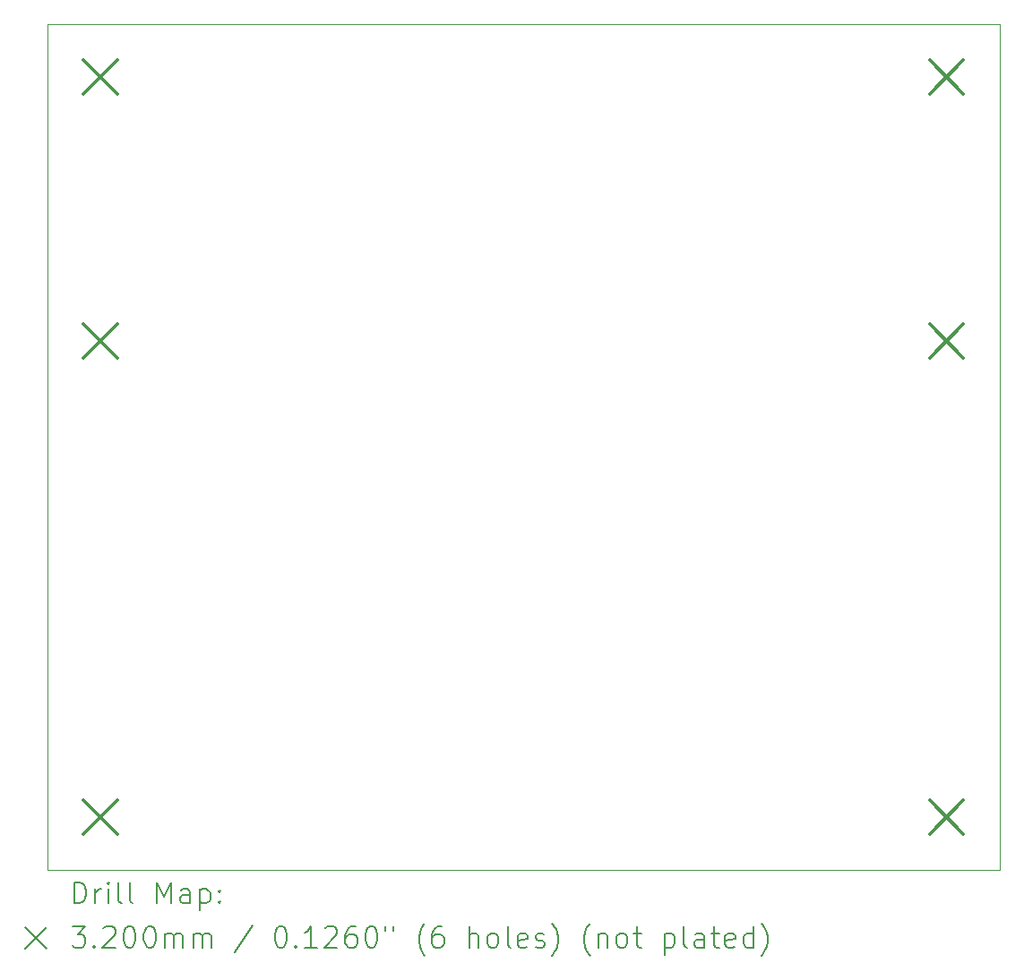
<source format=gbr>
%TF.GenerationSoftware,KiCad,Pcbnew,8.0.3*%
%TF.CreationDate,2024-06-28T11:22:52+02:00*%
%TF.ProjectId,Bobbycar_wiring,426f6262-7963-4617-925f-776972696e67,rev?*%
%TF.SameCoordinates,Original*%
%TF.FileFunction,Drillmap*%
%TF.FilePolarity,Positive*%
%FSLAX45Y45*%
G04 Gerber Fmt 4.5, Leading zero omitted, Abs format (unit mm)*
G04 Created by KiCad (PCBNEW 8.0.3) date 2024-06-28 11:22:52*
%MOMM*%
%LPD*%
G01*
G04 APERTURE LIST*
%ADD10C,0.100000*%
%ADD11C,0.200000*%
%ADD12C,0.320000*%
G04 APERTURE END LIST*
D10*
X7000000Y-4000000D02*
X16000000Y-4000000D01*
X16000000Y-12000000D01*
X7000000Y-12000000D01*
X7000000Y-4000000D01*
D11*
D12*
X7340000Y-4340000D02*
X7660000Y-4660000D01*
X7660000Y-4340000D02*
X7340000Y-4660000D01*
X7340000Y-6840000D02*
X7660000Y-7160000D01*
X7660000Y-6840000D02*
X7340000Y-7160000D01*
X7340000Y-11340000D02*
X7660000Y-11660000D01*
X7660000Y-11340000D02*
X7340000Y-11660000D01*
X15340000Y-4340000D02*
X15660000Y-4660000D01*
X15660000Y-4340000D02*
X15340000Y-4660000D01*
X15340000Y-6840000D02*
X15660000Y-7160000D01*
X15660000Y-6840000D02*
X15340000Y-7160000D01*
X15340000Y-11340000D02*
X15660000Y-11660000D01*
X15660000Y-11340000D02*
X15340000Y-11660000D01*
D11*
X7255777Y-12316484D02*
X7255777Y-12116484D01*
X7255777Y-12116484D02*
X7303396Y-12116484D01*
X7303396Y-12116484D02*
X7331967Y-12126008D01*
X7331967Y-12126008D02*
X7351015Y-12145055D01*
X7351015Y-12145055D02*
X7360539Y-12164103D01*
X7360539Y-12164103D02*
X7370062Y-12202198D01*
X7370062Y-12202198D02*
X7370062Y-12230769D01*
X7370062Y-12230769D02*
X7360539Y-12268865D01*
X7360539Y-12268865D02*
X7351015Y-12287912D01*
X7351015Y-12287912D02*
X7331967Y-12306960D01*
X7331967Y-12306960D02*
X7303396Y-12316484D01*
X7303396Y-12316484D02*
X7255777Y-12316484D01*
X7455777Y-12316484D02*
X7455777Y-12183150D01*
X7455777Y-12221246D02*
X7465301Y-12202198D01*
X7465301Y-12202198D02*
X7474824Y-12192674D01*
X7474824Y-12192674D02*
X7493872Y-12183150D01*
X7493872Y-12183150D02*
X7512920Y-12183150D01*
X7579586Y-12316484D02*
X7579586Y-12183150D01*
X7579586Y-12116484D02*
X7570062Y-12126008D01*
X7570062Y-12126008D02*
X7579586Y-12135531D01*
X7579586Y-12135531D02*
X7589110Y-12126008D01*
X7589110Y-12126008D02*
X7579586Y-12116484D01*
X7579586Y-12116484D02*
X7579586Y-12135531D01*
X7703396Y-12316484D02*
X7684348Y-12306960D01*
X7684348Y-12306960D02*
X7674824Y-12287912D01*
X7674824Y-12287912D02*
X7674824Y-12116484D01*
X7808158Y-12316484D02*
X7789110Y-12306960D01*
X7789110Y-12306960D02*
X7779586Y-12287912D01*
X7779586Y-12287912D02*
X7779586Y-12116484D01*
X8036729Y-12316484D02*
X8036729Y-12116484D01*
X8036729Y-12116484D02*
X8103396Y-12259341D01*
X8103396Y-12259341D02*
X8170062Y-12116484D01*
X8170062Y-12116484D02*
X8170062Y-12316484D01*
X8351015Y-12316484D02*
X8351015Y-12211722D01*
X8351015Y-12211722D02*
X8341491Y-12192674D01*
X8341491Y-12192674D02*
X8322443Y-12183150D01*
X8322443Y-12183150D02*
X8284348Y-12183150D01*
X8284348Y-12183150D02*
X8265301Y-12192674D01*
X8351015Y-12306960D02*
X8331967Y-12316484D01*
X8331967Y-12316484D02*
X8284348Y-12316484D01*
X8284348Y-12316484D02*
X8265301Y-12306960D01*
X8265301Y-12306960D02*
X8255777Y-12287912D01*
X8255777Y-12287912D02*
X8255777Y-12268865D01*
X8255777Y-12268865D02*
X8265301Y-12249817D01*
X8265301Y-12249817D02*
X8284348Y-12240293D01*
X8284348Y-12240293D02*
X8331967Y-12240293D01*
X8331967Y-12240293D02*
X8351015Y-12230769D01*
X8446253Y-12183150D02*
X8446253Y-12383150D01*
X8446253Y-12192674D02*
X8465301Y-12183150D01*
X8465301Y-12183150D02*
X8503396Y-12183150D01*
X8503396Y-12183150D02*
X8522444Y-12192674D01*
X8522444Y-12192674D02*
X8531967Y-12202198D01*
X8531967Y-12202198D02*
X8541491Y-12221246D01*
X8541491Y-12221246D02*
X8541491Y-12278388D01*
X8541491Y-12278388D02*
X8531967Y-12297436D01*
X8531967Y-12297436D02*
X8522444Y-12306960D01*
X8522444Y-12306960D02*
X8503396Y-12316484D01*
X8503396Y-12316484D02*
X8465301Y-12316484D01*
X8465301Y-12316484D02*
X8446253Y-12306960D01*
X8627205Y-12297436D02*
X8636729Y-12306960D01*
X8636729Y-12306960D02*
X8627205Y-12316484D01*
X8627205Y-12316484D02*
X8617682Y-12306960D01*
X8617682Y-12306960D02*
X8627205Y-12297436D01*
X8627205Y-12297436D02*
X8627205Y-12316484D01*
X8627205Y-12192674D02*
X8636729Y-12202198D01*
X8636729Y-12202198D02*
X8627205Y-12211722D01*
X8627205Y-12211722D02*
X8617682Y-12202198D01*
X8617682Y-12202198D02*
X8627205Y-12192674D01*
X8627205Y-12192674D02*
X8627205Y-12211722D01*
X6795000Y-12545000D02*
X6995000Y-12745000D01*
X6995000Y-12545000D02*
X6795000Y-12745000D01*
X7236729Y-12536484D02*
X7360539Y-12536484D01*
X7360539Y-12536484D02*
X7293872Y-12612674D01*
X7293872Y-12612674D02*
X7322443Y-12612674D01*
X7322443Y-12612674D02*
X7341491Y-12622198D01*
X7341491Y-12622198D02*
X7351015Y-12631722D01*
X7351015Y-12631722D02*
X7360539Y-12650769D01*
X7360539Y-12650769D02*
X7360539Y-12698388D01*
X7360539Y-12698388D02*
X7351015Y-12717436D01*
X7351015Y-12717436D02*
X7341491Y-12726960D01*
X7341491Y-12726960D02*
X7322443Y-12736484D01*
X7322443Y-12736484D02*
X7265301Y-12736484D01*
X7265301Y-12736484D02*
X7246253Y-12726960D01*
X7246253Y-12726960D02*
X7236729Y-12717436D01*
X7446253Y-12717436D02*
X7455777Y-12726960D01*
X7455777Y-12726960D02*
X7446253Y-12736484D01*
X7446253Y-12736484D02*
X7436729Y-12726960D01*
X7436729Y-12726960D02*
X7446253Y-12717436D01*
X7446253Y-12717436D02*
X7446253Y-12736484D01*
X7531967Y-12555531D02*
X7541491Y-12546008D01*
X7541491Y-12546008D02*
X7560539Y-12536484D01*
X7560539Y-12536484D02*
X7608158Y-12536484D01*
X7608158Y-12536484D02*
X7627205Y-12546008D01*
X7627205Y-12546008D02*
X7636729Y-12555531D01*
X7636729Y-12555531D02*
X7646253Y-12574579D01*
X7646253Y-12574579D02*
X7646253Y-12593627D01*
X7646253Y-12593627D02*
X7636729Y-12622198D01*
X7636729Y-12622198D02*
X7522443Y-12736484D01*
X7522443Y-12736484D02*
X7646253Y-12736484D01*
X7770062Y-12536484D02*
X7789110Y-12536484D01*
X7789110Y-12536484D02*
X7808158Y-12546008D01*
X7808158Y-12546008D02*
X7817682Y-12555531D01*
X7817682Y-12555531D02*
X7827205Y-12574579D01*
X7827205Y-12574579D02*
X7836729Y-12612674D01*
X7836729Y-12612674D02*
X7836729Y-12660293D01*
X7836729Y-12660293D02*
X7827205Y-12698388D01*
X7827205Y-12698388D02*
X7817682Y-12717436D01*
X7817682Y-12717436D02*
X7808158Y-12726960D01*
X7808158Y-12726960D02*
X7789110Y-12736484D01*
X7789110Y-12736484D02*
X7770062Y-12736484D01*
X7770062Y-12736484D02*
X7751015Y-12726960D01*
X7751015Y-12726960D02*
X7741491Y-12717436D01*
X7741491Y-12717436D02*
X7731967Y-12698388D01*
X7731967Y-12698388D02*
X7722443Y-12660293D01*
X7722443Y-12660293D02*
X7722443Y-12612674D01*
X7722443Y-12612674D02*
X7731967Y-12574579D01*
X7731967Y-12574579D02*
X7741491Y-12555531D01*
X7741491Y-12555531D02*
X7751015Y-12546008D01*
X7751015Y-12546008D02*
X7770062Y-12536484D01*
X7960539Y-12536484D02*
X7979586Y-12536484D01*
X7979586Y-12536484D02*
X7998634Y-12546008D01*
X7998634Y-12546008D02*
X8008158Y-12555531D01*
X8008158Y-12555531D02*
X8017682Y-12574579D01*
X8017682Y-12574579D02*
X8027205Y-12612674D01*
X8027205Y-12612674D02*
X8027205Y-12660293D01*
X8027205Y-12660293D02*
X8017682Y-12698388D01*
X8017682Y-12698388D02*
X8008158Y-12717436D01*
X8008158Y-12717436D02*
X7998634Y-12726960D01*
X7998634Y-12726960D02*
X7979586Y-12736484D01*
X7979586Y-12736484D02*
X7960539Y-12736484D01*
X7960539Y-12736484D02*
X7941491Y-12726960D01*
X7941491Y-12726960D02*
X7931967Y-12717436D01*
X7931967Y-12717436D02*
X7922443Y-12698388D01*
X7922443Y-12698388D02*
X7912920Y-12660293D01*
X7912920Y-12660293D02*
X7912920Y-12612674D01*
X7912920Y-12612674D02*
X7922443Y-12574579D01*
X7922443Y-12574579D02*
X7931967Y-12555531D01*
X7931967Y-12555531D02*
X7941491Y-12546008D01*
X7941491Y-12546008D02*
X7960539Y-12536484D01*
X8112920Y-12736484D02*
X8112920Y-12603150D01*
X8112920Y-12622198D02*
X8122443Y-12612674D01*
X8122443Y-12612674D02*
X8141491Y-12603150D01*
X8141491Y-12603150D02*
X8170063Y-12603150D01*
X8170063Y-12603150D02*
X8189110Y-12612674D01*
X8189110Y-12612674D02*
X8198634Y-12631722D01*
X8198634Y-12631722D02*
X8198634Y-12736484D01*
X8198634Y-12631722D02*
X8208158Y-12612674D01*
X8208158Y-12612674D02*
X8227205Y-12603150D01*
X8227205Y-12603150D02*
X8255777Y-12603150D01*
X8255777Y-12603150D02*
X8274824Y-12612674D01*
X8274824Y-12612674D02*
X8284348Y-12631722D01*
X8284348Y-12631722D02*
X8284348Y-12736484D01*
X8379586Y-12736484D02*
X8379586Y-12603150D01*
X8379586Y-12622198D02*
X8389110Y-12612674D01*
X8389110Y-12612674D02*
X8408158Y-12603150D01*
X8408158Y-12603150D02*
X8436729Y-12603150D01*
X8436729Y-12603150D02*
X8455777Y-12612674D01*
X8455777Y-12612674D02*
X8465301Y-12631722D01*
X8465301Y-12631722D02*
X8465301Y-12736484D01*
X8465301Y-12631722D02*
X8474825Y-12612674D01*
X8474825Y-12612674D02*
X8493872Y-12603150D01*
X8493872Y-12603150D02*
X8522444Y-12603150D01*
X8522444Y-12603150D02*
X8541491Y-12612674D01*
X8541491Y-12612674D02*
X8551015Y-12631722D01*
X8551015Y-12631722D02*
X8551015Y-12736484D01*
X8941491Y-12526960D02*
X8770063Y-12784103D01*
X9198634Y-12536484D02*
X9217682Y-12536484D01*
X9217682Y-12536484D02*
X9236729Y-12546008D01*
X9236729Y-12546008D02*
X9246253Y-12555531D01*
X9246253Y-12555531D02*
X9255777Y-12574579D01*
X9255777Y-12574579D02*
X9265301Y-12612674D01*
X9265301Y-12612674D02*
X9265301Y-12660293D01*
X9265301Y-12660293D02*
X9255777Y-12698388D01*
X9255777Y-12698388D02*
X9246253Y-12717436D01*
X9246253Y-12717436D02*
X9236729Y-12726960D01*
X9236729Y-12726960D02*
X9217682Y-12736484D01*
X9217682Y-12736484D02*
X9198634Y-12736484D01*
X9198634Y-12736484D02*
X9179587Y-12726960D01*
X9179587Y-12726960D02*
X9170063Y-12717436D01*
X9170063Y-12717436D02*
X9160539Y-12698388D01*
X9160539Y-12698388D02*
X9151015Y-12660293D01*
X9151015Y-12660293D02*
X9151015Y-12612674D01*
X9151015Y-12612674D02*
X9160539Y-12574579D01*
X9160539Y-12574579D02*
X9170063Y-12555531D01*
X9170063Y-12555531D02*
X9179587Y-12546008D01*
X9179587Y-12546008D02*
X9198634Y-12536484D01*
X9351015Y-12717436D02*
X9360539Y-12726960D01*
X9360539Y-12726960D02*
X9351015Y-12736484D01*
X9351015Y-12736484D02*
X9341491Y-12726960D01*
X9341491Y-12726960D02*
X9351015Y-12717436D01*
X9351015Y-12717436D02*
X9351015Y-12736484D01*
X9551015Y-12736484D02*
X9436729Y-12736484D01*
X9493872Y-12736484D02*
X9493872Y-12536484D01*
X9493872Y-12536484D02*
X9474825Y-12565055D01*
X9474825Y-12565055D02*
X9455777Y-12584103D01*
X9455777Y-12584103D02*
X9436729Y-12593627D01*
X9627206Y-12555531D02*
X9636729Y-12546008D01*
X9636729Y-12546008D02*
X9655777Y-12536484D01*
X9655777Y-12536484D02*
X9703396Y-12536484D01*
X9703396Y-12536484D02*
X9722444Y-12546008D01*
X9722444Y-12546008D02*
X9731968Y-12555531D01*
X9731968Y-12555531D02*
X9741491Y-12574579D01*
X9741491Y-12574579D02*
X9741491Y-12593627D01*
X9741491Y-12593627D02*
X9731968Y-12622198D01*
X9731968Y-12622198D02*
X9617682Y-12736484D01*
X9617682Y-12736484D02*
X9741491Y-12736484D01*
X9912920Y-12536484D02*
X9874825Y-12536484D01*
X9874825Y-12536484D02*
X9855777Y-12546008D01*
X9855777Y-12546008D02*
X9846253Y-12555531D01*
X9846253Y-12555531D02*
X9827206Y-12584103D01*
X9827206Y-12584103D02*
X9817682Y-12622198D01*
X9817682Y-12622198D02*
X9817682Y-12698388D01*
X9817682Y-12698388D02*
X9827206Y-12717436D01*
X9827206Y-12717436D02*
X9836729Y-12726960D01*
X9836729Y-12726960D02*
X9855777Y-12736484D01*
X9855777Y-12736484D02*
X9893872Y-12736484D01*
X9893872Y-12736484D02*
X9912920Y-12726960D01*
X9912920Y-12726960D02*
X9922444Y-12717436D01*
X9922444Y-12717436D02*
X9931968Y-12698388D01*
X9931968Y-12698388D02*
X9931968Y-12650769D01*
X9931968Y-12650769D02*
X9922444Y-12631722D01*
X9922444Y-12631722D02*
X9912920Y-12622198D01*
X9912920Y-12622198D02*
X9893872Y-12612674D01*
X9893872Y-12612674D02*
X9855777Y-12612674D01*
X9855777Y-12612674D02*
X9836729Y-12622198D01*
X9836729Y-12622198D02*
X9827206Y-12631722D01*
X9827206Y-12631722D02*
X9817682Y-12650769D01*
X10055777Y-12536484D02*
X10074825Y-12536484D01*
X10074825Y-12536484D02*
X10093872Y-12546008D01*
X10093872Y-12546008D02*
X10103396Y-12555531D01*
X10103396Y-12555531D02*
X10112920Y-12574579D01*
X10112920Y-12574579D02*
X10122444Y-12612674D01*
X10122444Y-12612674D02*
X10122444Y-12660293D01*
X10122444Y-12660293D02*
X10112920Y-12698388D01*
X10112920Y-12698388D02*
X10103396Y-12717436D01*
X10103396Y-12717436D02*
X10093872Y-12726960D01*
X10093872Y-12726960D02*
X10074825Y-12736484D01*
X10074825Y-12736484D02*
X10055777Y-12736484D01*
X10055777Y-12736484D02*
X10036729Y-12726960D01*
X10036729Y-12726960D02*
X10027206Y-12717436D01*
X10027206Y-12717436D02*
X10017682Y-12698388D01*
X10017682Y-12698388D02*
X10008158Y-12660293D01*
X10008158Y-12660293D02*
X10008158Y-12612674D01*
X10008158Y-12612674D02*
X10017682Y-12574579D01*
X10017682Y-12574579D02*
X10027206Y-12555531D01*
X10027206Y-12555531D02*
X10036729Y-12546008D01*
X10036729Y-12546008D02*
X10055777Y-12536484D01*
X10198634Y-12536484D02*
X10198634Y-12574579D01*
X10274825Y-12536484D02*
X10274825Y-12574579D01*
X10570063Y-12812674D02*
X10560539Y-12803150D01*
X10560539Y-12803150D02*
X10541491Y-12774579D01*
X10541491Y-12774579D02*
X10531968Y-12755531D01*
X10531968Y-12755531D02*
X10522444Y-12726960D01*
X10522444Y-12726960D02*
X10512920Y-12679341D01*
X10512920Y-12679341D02*
X10512920Y-12641246D01*
X10512920Y-12641246D02*
X10522444Y-12593627D01*
X10522444Y-12593627D02*
X10531968Y-12565055D01*
X10531968Y-12565055D02*
X10541491Y-12546008D01*
X10541491Y-12546008D02*
X10560539Y-12517436D01*
X10560539Y-12517436D02*
X10570063Y-12507912D01*
X10731968Y-12536484D02*
X10693872Y-12536484D01*
X10693872Y-12536484D02*
X10674825Y-12546008D01*
X10674825Y-12546008D02*
X10665301Y-12555531D01*
X10665301Y-12555531D02*
X10646253Y-12584103D01*
X10646253Y-12584103D02*
X10636730Y-12622198D01*
X10636730Y-12622198D02*
X10636730Y-12698388D01*
X10636730Y-12698388D02*
X10646253Y-12717436D01*
X10646253Y-12717436D02*
X10655777Y-12726960D01*
X10655777Y-12726960D02*
X10674825Y-12736484D01*
X10674825Y-12736484D02*
X10712920Y-12736484D01*
X10712920Y-12736484D02*
X10731968Y-12726960D01*
X10731968Y-12726960D02*
X10741491Y-12717436D01*
X10741491Y-12717436D02*
X10751015Y-12698388D01*
X10751015Y-12698388D02*
X10751015Y-12650769D01*
X10751015Y-12650769D02*
X10741491Y-12631722D01*
X10741491Y-12631722D02*
X10731968Y-12622198D01*
X10731968Y-12622198D02*
X10712920Y-12612674D01*
X10712920Y-12612674D02*
X10674825Y-12612674D01*
X10674825Y-12612674D02*
X10655777Y-12622198D01*
X10655777Y-12622198D02*
X10646253Y-12631722D01*
X10646253Y-12631722D02*
X10636730Y-12650769D01*
X10989111Y-12736484D02*
X10989111Y-12536484D01*
X11074825Y-12736484D02*
X11074825Y-12631722D01*
X11074825Y-12631722D02*
X11065301Y-12612674D01*
X11065301Y-12612674D02*
X11046253Y-12603150D01*
X11046253Y-12603150D02*
X11017682Y-12603150D01*
X11017682Y-12603150D02*
X10998634Y-12612674D01*
X10998634Y-12612674D02*
X10989111Y-12622198D01*
X11198634Y-12736484D02*
X11179587Y-12726960D01*
X11179587Y-12726960D02*
X11170063Y-12717436D01*
X11170063Y-12717436D02*
X11160539Y-12698388D01*
X11160539Y-12698388D02*
X11160539Y-12641246D01*
X11160539Y-12641246D02*
X11170063Y-12622198D01*
X11170063Y-12622198D02*
X11179587Y-12612674D01*
X11179587Y-12612674D02*
X11198634Y-12603150D01*
X11198634Y-12603150D02*
X11227206Y-12603150D01*
X11227206Y-12603150D02*
X11246253Y-12612674D01*
X11246253Y-12612674D02*
X11255777Y-12622198D01*
X11255777Y-12622198D02*
X11265301Y-12641246D01*
X11265301Y-12641246D02*
X11265301Y-12698388D01*
X11265301Y-12698388D02*
X11255777Y-12717436D01*
X11255777Y-12717436D02*
X11246253Y-12726960D01*
X11246253Y-12726960D02*
X11227206Y-12736484D01*
X11227206Y-12736484D02*
X11198634Y-12736484D01*
X11379587Y-12736484D02*
X11360539Y-12726960D01*
X11360539Y-12726960D02*
X11351015Y-12707912D01*
X11351015Y-12707912D02*
X11351015Y-12536484D01*
X11531968Y-12726960D02*
X11512920Y-12736484D01*
X11512920Y-12736484D02*
X11474825Y-12736484D01*
X11474825Y-12736484D02*
X11455777Y-12726960D01*
X11455777Y-12726960D02*
X11446253Y-12707912D01*
X11446253Y-12707912D02*
X11446253Y-12631722D01*
X11446253Y-12631722D02*
X11455777Y-12612674D01*
X11455777Y-12612674D02*
X11474825Y-12603150D01*
X11474825Y-12603150D02*
X11512920Y-12603150D01*
X11512920Y-12603150D02*
X11531968Y-12612674D01*
X11531968Y-12612674D02*
X11541491Y-12631722D01*
X11541491Y-12631722D02*
X11541491Y-12650769D01*
X11541491Y-12650769D02*
X11446253Y-12669817D01*
X11617682Y-12726960D02*
X11636730Y-12736484D01*
X11636730Y-12736484D02*
X11674825Y-12736484D01*
X11674825Y-12736484D02*
X11693872Y-12726960D01*
X11693872Y-12726960D02*
X11703396Y-12707912D01*
X11703396Y-12707912D02*
X11703396Y-12698388D01*
X11703396Y-12698388D02*
X11693872Y-12679341D01*
X11693872Y-12679341D02*
X11674825Y-12669817D01*
X11674825Y-12669817D02*
X11646253Y-12669817D01*
X11646253Y-12669817D02*
X11627206Y-12660293D01*
X11627206Y-12660293D02*
X11617682Y-12641246D01*
X11617682Y-12641246D02*
X11617682Y-12631722D01*
X11617682Y-12631722D02*
X11627206Y-12612674D01*
X11627206Y-12612674D02*
X11646253Y-12603150D01*
X11646253Y-12603150D02*
X11674825Y-12603150D01*
X11674825Y-12603150D02*
X11693872Y-12612674D01*
X11770063Y-12812674D02*
X11779587Y-12803150D01*
X11779587Y-12803150D02*
X11798634Y-12774579D01*
X11798634Y-12774579D02*
X11808158Y-12755531D01*
X11808158Y-12755531D02*
X11817682Y-12726960D01*
X11817682Y-12726960D02*
X11827206Y-12679341D01*
X11827206Y-12679341D02*
X11827206Y-12641246D01*
X11827206Y-12641246D02*
X11817682Y-12593627D01*
X11817682Y-12593627D02*
X11808158Y-12565055D01*
X11808158Y-12565055D02*
X11798634Y-12546008D01*
X11798634Y-12546008D02*
X11779587Y-12517436D01*
X11779587Y-12517436D02*
X11770063Y-12507912D01*
X12131968Y-12812674D02*
X12122444Y-12803150D01*
X12122444Y-12803150D02*
X12103396Y-12774579D01*
X12103396Y-12774579D02*
X12093872Y-12755531D01*
X12093872Y-12755531D02*
X12084349Y-12726960D01*
X12084349Y-12726960D02*
X12074825Y-12679341D01*
X12074825Y-12679341D02*
X12074825Y-12641246D01*
X12074825Y-12641246D02*
X12084349Y-12593627D01*
X12084349Y-12593627D02*
X12093872Y-12565055D01*
X12093872Y-12565055D02*
X12103396Y-12546008D01*
X12103396Y-12546008D02*
X12122444Y-12517436D01*
X12122444Y-12517436D02*
X12131968Y-12507912D01*
X12208158Y-12603150D02*
X12208158Y-12736484D01*
X12208158Y-12622198D02*
X12217682Y-12612674D01*
X12217682Y-12612674D02*
X12236730Y-12603150D01*
X12236730Y-12603150D02*
X12265301Y-12603150D01*
X12265301Y-12603150D02*
X12284349Y-12612674D01*
X12284349Y-12612674D02*
X12293872Y-12631722D01*
X12293872Y-12631722D02*
X12293872Y-12736484D01*
X12417682Y-12736484D02*
X12398634Y-12726960D01*
X12398634Y-12726960D02*
X12389111Y-12717436D01*
X12389111Y-12717436D02*
X12379587Y-12698388D01*
X12379587Y-12698388D02*
X12379587Y-12641246D01*
X12379587Y-12641246D02*
X12389111Y-12622198D01*
X12389111Y-12622198D02*
X12398634Y-12612674D01*
X12398634Y-12612674D02*
X12417682Y-12603150D01*
X12417682Y-12603150D02*
X12446253Y-12603150D01*
X12446253Y-12603150D02*
X12465301Y-12612674D01*
X12465301Y-12612674D02*
X12474825Y-12622198D01*
X12474825Y-12622198D02*
X12484349Y-12641246D01*
X12484349Y-12641246D02*
X12484349Y-12698388D01*
X12484349Y-12698388D02*
X12474825Y-12717436D01*
X12474825Y-12717436D02*
X12465301Y-12726960D01*
X12465301Y-12726960D02*
X12446253Y-12736484D01*
X12446253Y-12736484D02*
X12417682Y-12736484D01*
X12541492Y-12603150D02*
X12617682Y-12603150D01*
X12570063Y-12536484D02*
X12570063Y-12707912D01*
X12570063Y-12707912D02*
X12579587Y-12726960D01*
X12579587Y-12726960D02*
X12598634Y-12736484D01*
X12598634Y-12736484D02*
X12617682Y-12736484D01*
X12836730Y-12603150D02*
X12836730Y-12803150D01*
X12836730Y-12612674D02*
X12855777Y-12603150D01*
X12855777Y-12603150D02*
X12893873Y-12603150D01*
X12893873Y-12603150D02*
X12912920Y-12612674D01*
X12912920Y-12612674D02*
X12922444Y-12622198D01*
X12922444Y-12622198D02*
X12931968Y-12641246D01*
X12931968Y-12641246D02*
X12931968Y-12698388D01*
X12931968Y-12698388D02*
X12922444Y-12717436D01*
X12922444Y-12717436D02*
X12912920Y-12726960D01*
X12912920Y-12726960D02*
X12893873Y-12736484D01*
X12893873Y-12736484D02*
X12855777Y-12736484D01*
X12855777Y-12736484D02*
X12836730Y-12726960D01*
X13046253Y-12736484D02*
X13027206Y-12726960D01*
X13027206Y-12726960D02*
X13017682Y-12707912D01*
X13017682Y-12707912D02*
X13017682Y-12536484D01*
X13208158Y-12736484D02*
X13208158Y-12631722D01*
X13208158Y-12631722D02*
X13198634Y-12612674D01*
X13198634Y-12612674D02*
X13179587Y-12603150D01*
X13179587Y-12603150D02*
X13141492Y-12603150D01*
X13141492Y-12603150D02*
X13122444Y-12612674D01*
X13208158Y-12726960D02*
X13189111Y-12736484D01*
X13189111Y-12736484D02*
X13141492Y-12736484D01*
X13141492Y-12736484D02*
X13122444Y-12726960D01*
X13122444Y-12726960D02*
X13112920Y-12707912D01*
X13112920Y-12707912D02*
X13112920Y-12688865D01*
X13112920Y-12688865D02*
X13122444Y-12669817D01*
X13122444Y-12669817D02*
X13141492Y-12660293D01*
X13141492Y-12660293D02*
X13189111Y-12660293D01*
X13189111Y-12660293D02*
X13208158Y-12650769D01*
X13274825Y-12603150D02*
X13351015Y-12603150D01*
X13303396Y-12536484D02*
X13303396Y-12707912D01*
X13303396Y-12707912D02*
X13312920Y-12726960D01*
X13312920Y-12726960D02*
X13331968Y-12736484D01*
X13331968Y-12736484D02*
X13351015Y-12736484D01*
X13493873Y-12726960D02*
X13474825Y-12736484D01*
X13474825Y-12736484D02*
X13436730Y-12736484D01*
X13436730Y-12736484D02*
X13417682Y-12726960D01*
X13417682Y-12726960D02*
X13408158Y-12707912D01*
X13408158Y-12707912D02*
X13408158Y-12631722D01*
X13408158Y-12631722D02*
X13417682Y-12612674D01*
X13417682Y-12612674D02*
X13436730Y-12603150D01*
X13436730Y-12603150D02*
X13474825Y-12603150D01*
X13474825Y-12603150D02*
X13493873Y-12612674D01*
X13493873Y-12612674D02*
X13503396Y-12631722D01*
X13503396Y-12631722D02*
X13503396Y-12650769D01*
X13503396Y-12650769D02*
X13408158Y-12669817D01*
X13674825Y-12736484D02*
X13674825Y-12536484D01*
X13674825Y-12726960D02*
X13655777Y-12736484D01*
X13655777Y-12736484D02*
X13617682Y-12736484D01*
X13617682Y-12736484D02*
X13598634Y-12726960D01*
X13598634Y-12726960D02*
X13589111Y-12717436D01*
X13589111Y-12717436D02*
X13579587Y-12698388D01*
X13579587Y-12698388D02*
X13579587Y-12641246D01*
X13579587Y-12641246D02*
X13589111Y-12622198D01*
X13589111Y-12622198D02*
X13598634Y-12612674D01*
X13598634Y-12612674D02*
X13617682Y-12603150D01*
X13617682Y-12603150D02*
X13655777Y-12603150D01*
X13655777Y-12603150D02*
X13674825Y-12612674D01*
X13751015Y-12812674D02*
X13760539Y-12803150D01*
X13760539Y-12803150D02*
X13779587Y-12774579D01*
X13779587Y-12774579D02*
X13789111Y-12755531D01*
X13789111Y-12755531D02*
X13798634Y-12726960D01*
X13798634Y-12726960D02*
X13808158Y-12679341D01*
X13808158Y-12679341D02*
X13808158Y-12641246D01*
X13808158Y-12641246D02*
X13798634Y-12593627D01*
X13798634Y-12593627D02*
X13789111Y-12565055D01*
X13789111Y-12565055D02*
X13779587Y-12546008D01*
X13779587Y-12546008D02*
X13760539Y-12517436D01*
X13760539Y-12517436D02*
X13751015Y-12507912D01*
M02*

</source>
